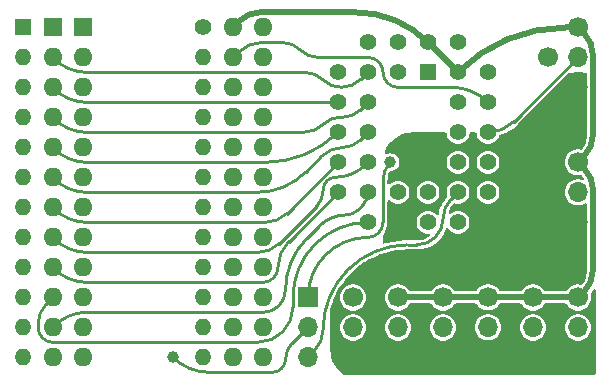
<source format=gtl>
G04 #@! TF.GenerationSoftware,KiCad,Pcbnew,8.0.4*
G04 #@! TF.CreationDate,2024-11-26T19:46:24-06:00*
G04 #@! TF.ProjectId,Flash-2716,466c6173-682d-4323-9731-362e6b696361,rev?*
G04 #@! TF.SameCoordinates,Original*
G04 #@! TF.FileFunction,Copper,L1,Top*
G04 #@! TF.FilePolarity,Positive*
%FSLAX46Y46*%
G04 Gerber Fmt 4.6, Leading zero omitted, Abs format (unit mm)*
G04 Created by KiCad (PCBNEW 8.0.4) date 2024-11-26 19:46:24*
%MOMM*%
%LPD*%
G01*
G04 APERTURE LIST*
G04 #@! TA.AperFunction,ComponentPad*
%ADD10C,1.700000*%
G04 #@! TD*
G04 #@! TA.AperFunction,ComponentPad*
%ADD11O,1.700000X1.700000*%
G04 #@! TD*
G04 #@! TA.AperFunction,ComponentPad*
%ADD12R,1.600000X1.600000*%
G04 #@! TD*
G04 #@! TA.AperFunction,ComponentPad*
%ADD13O,1.600000X1.600000*%
G04 #@! TD*
G04 #@! TA.AperFunction,ComponentPad*
%ADD14R,1.700000X1.700000*%
G04 #@! TD*
G04 #@! TA.AperFunction,ComponentPad*
%ADD15R,1.422400X1.422400*%
G04 #@! TD*
G04 #@! TA.AperFunction,ComponentPad*
%ADD16C,1.422400*%
G04 #@! TD*
G04 #@! TA.AperFunction,ComponentPad*
%ADD17O,1.422400X1.422400*%
G04 #@! TD*
G04 #@! TA.AperFunction,ViaPad*
%ADD18C,1.000000*%
G04 #@! TD*
G04 #@! TA.AperFunction,Conductor*
%ADD19C,0.254000*%
G04 #@! TD*
G04 #@! TA.AperFunction,Conductor*
%ADD20C,0.508000*%
G04 #@! TD*
G04 APERTURE END LIST*
D10*
X148590000Y-76215000D03*
D11*
X148590000Y-78755000D03*
X148590000Y-81295000D03*
D10*
X148590000Y-99075000D03*
D11*
X148590000Y-101615000D03*
X148590000Y-104155000D03*
D12*
X106680000Y-76200000D03*
D13*
X106680000Y-78740000D03*
X106680000Y-81280000D03*
X106680000Y-83820000D03*
X106680000Y-86360000D03*
X106680000Y-88900000D03*
X106680000Y-91440000D03*
X106680000Y-93980000D03*
X106680000Y-96520000D03*
X106680000Y-99060000D03*
X106680000Y-101600000D03*
X106680000Y-104140000D03*
X121920000Y-104140000D03*
X121920000Y-101600000D03*
X121920000Y-99060000D03*
X121920000Y-96520000D03*
X121920000Y-93980000D03*
X121920000Y-91440000D03*
X121920000Y-88900000D03*
X121920000Y-86360000D03*
X121920000Y-83820000D03*
X121920000Y-81280000D03*
X121920000Y-78740000D03*
X121920000Y-76200000D03*
D10*
X146050000Y-78755000D03*
D12*
X104140000Y-76200000D03*
D13*
X104140000Y-78740000D03*
X104140000Y-81280000D03*
X104140000Y-83820000D03*
X104140000Y-86360000D03*
X104140000Y-88900000D03*
X104140000Y-91440000D03*
X104140000Y-93980000D03*
X104140000Y-96520000D03*
X104140000Y-99060000D03*
X104140000Y-101600000D03*
X104140000Y-104140000D03*
X119380000Y-104140000D03*
X119380000Y-101600000D03*
X119380000Y-99060000D03*
X119380000Y-96520000D03*
X119380000Y-93980000D03*
X119380000Y-91440000D03*
X119380000Y-88900000D03*
X119380000Y-86360000D03*
X119380000Y-83820000D03*
X119380000Y-81280000D03*
X119380000Y-78740000D03*
X119380000Y-76200000D03*
D10*
X137160000Y-99075000D03*
D11*
X137160000Y-101615000D03*
X137160000Y-104155000D03*
D14*
X125730000Y-99060000D03*
D11*
X125730000Y-101600000D03*
X125730000Y-104140000D03*
D10*
X148590000Y-87630000D03*
D11*
X148590000Y-90170000D03*
X148590000Y-92710000D03*
D10*
X140970000Y-99060000D03*
D11*
X140970000Y-101600000D03*
X140970000Y-104140000D03*
D10*
X144780000Y-99075000D03*
D11*
X144780000Y-101615000D03*
X144780000Y-104155000D03*
D10*
X133350000Y-99075000D03*
D11*
X133350000Y-101615000D03*
X133350000Y-104155000D03*
D15*
X135890000Y-80010000D03*
D16*
X133350000Y-77470000D03*
X133350000Y-80010000D03*
X130810000Y-77470000D03*
X128270000Y-80010000D03*
X130810000Y-80010000D03*
X128270000Y-82550000D03*
X130810000Y-82550000D03*
X128270000Y-85090000D03*
X130810000Y-85090000D03*
X128270000Y-87630000D03*
X130810000Y-87630000D03*
X128270000Y-90170000D03*
X130810000Y-92710000D03*
X130810000Y-90170000D03*
X133350000Y-92710000D03*
X133350000Y-90170000D03*
X135890000Y-92710000D03*
X135890000Y-90170000D03*
X138430000Y-92710000D03*
X140970000Y-90170000D03*
X138430000Y-90170000D03*
X140970000Y-87630000D03*
X138430000Y-87630000D03*
X140970000Y-85090000D03*
X138430000Y-85090000D03*
X140970000Y-82550000D03*
X138430000Y-82550000D03*
X140970000Y-80010000D03*
X138430000Y-77470000D03*
X138430000Y-80010000D03*
X135890000Y-77470000D03*
D10*
X129540000Y-99075000D03*
D11*
X129540000Y-101615000D03*
X129540000Y-104155000D03*
D15*
X101600000Y-76200000D03*
D17*
X101600000Y-78740000D03*
X101600000Y-81280000D03*
X101600000Y-83820000D03*
X101600000Y-86360000D03*
X101600000Y-88900000D03*
X101600000Y-91440000D03*
X101600000Y-93980000D03*
X101600000Y-96520000D03*
X101600000Y-99060000D03*
X101600000Y-101600000D03*
X101600000Y-104140000D03*
D16*
X116840000Y-76200000D03*
D17*
X116840000Y-78740000D03*
X116840000Y-81280000D03*
X116840000Y-83820000D03*
X116840000Y-86360000D03*
X116840000Y-88900000D03*
X116840000Y-91440000D03*
X116840000Y-93980000D03*
X116840000Y-96520000D03*
X116840000Y-99060000D03*
X116840000Y-101600000D03*
X116840000Y-104140000D03*
D18*
X132715000Y-87630000D03*
X114300000Y-104140000D03*
D19*
X143163927Y-84181073D02*
X148590000Y-78755000D01*
X140970000Y-85090000D02*
G75*
G03*
X143163941Y-84181087I-400J3103300D01*
G01*
D20*
X133350000Y-99075000D02*
X137160000Y-99075000D01*
X148590000Y-76215000D02*
X149116051Y-76741051D01*
X140970000Y-99060000D02*
X137175000Y-99060000D01*
X147591901Y-76215000D02*
X148590000Y-76215000D01*
X121702102Y-74930000D02*
X129757945Y-74930000D01*
X119380000Y-76200000D02*
X119906051Y-75673949D01*
X149860000Y-89952102D02*
X149860000Y-96752898D01*
X149116051Y-98548949D02*
X148590000Y-99075000D01*
X149116051Y-87103949D02*
X148590000Y-87630000D01*
X148590000Y-99075000D02*
X144780000Y-99075000D01*
X144780000Y-99075000D02*
X140985000Y-99075000D01*
X138430000Y-80010000D02*
X135890000Y-77470000D01*
X140985000Y-99075000D02*
X140970000Y-99060000D01*
X149860000Y-78537102D02*
X149860000Y-85307898D01*
X148590000Y-87630000D02*
X149116051Y-88156051D01*
X137175000Y-99060000D02*
X137160000Y-99075000D01*
X149860000Y-96752898D02*
G75*
G02*
X149116052Y-98548950I-2540000J-2D01*
G01*
X149860000Y-85307898D02*
G75*
G02*
X149116052Y-87103950I-2540000J-2D01*
G01*
X138430000Y-80010000D02*
G75*
G02*
X147591901Y-76215017I9161900J-9161900D01*
G01*
X135890000Y-77470000D02*
G75*
G03*
X129757945Y-74929972I-6132100J-6132000D01*
G01*
X119906051Y-75673949D02*
G75*
G02*
X121702102Y-74930002I1796049J-1796051D01*
G01*
X149860000Y-78537102D02*
G75*
G03*
X149116052Y-76741050I-2540000J2D01*
G01*
X149116051Y-88156051D02*
G75*
G02*
X149859998Y-89952102I-1796051J-1796049D01*
G01*
X133350000Y-104155000D02*
X137160000Y-104155000D01*
X137160000Y-104155000D02*
X140955000Y-104155000D01*
X148575000Y-104140000D02*
X148590000Y-104155000D01*
X129540000Y-104155000D02*
X133350000Y-104155000D01*
X140955000Y-104155000D02*
X140970000Y-104140000D01*
X140970000Y-104140000D02*
X148575000Y-104140000D01*
D19*
X106988154Y-87630000D02*
X122137852Y-87630000D01*
X104140000Y-86360000D02*
X104294077Y-86514077D01*
X104294077Y-86514077D02*
G75*
G03*
X106988154Y-87630033I2694123J2694077D01*
G01*
X122137852Y-87630000D02*
G75*
G03*
X128270021Y-85090021I48J8672200D01*
G01*
X104140000Y-96520000D02*
X104294077Y-96674077D01*
X124088038Y-94351962D02*
X128270000Y-90170000D01*
X106988154Y-97790000D02*
X121920000Y-97790000D01*
X106988154Y-97790000D02*
G75*
G02*
X104294100Y-96674054I46J3810000D01*
G01*
X123190000Y-96520000D02*
G75*
G02*
X121920000Y-97790000I-1270000J0D01*
G01*
X123190000Y-96520000D02*
G75*
G02*
X124088028Y-94351952I3066100J0D01*
G01*
X123933949Y-91966051D02*
X128270000Y-87630000D01*
X104140000Y-91440000D02*
X104294077Y-91594077D01*
X106988154Y-92710000D02*
X122137898Y-92710000D01*
X122137898Y-92710000D02*
G75*
G03*
X123933950Y-91966052I2J2540000D01*
G01*
X104294077Y-91594077D02*
G75*
G03*
X106988154Y-92710033I2694123J2694077D01*
G01*
X106988154Y-82550000D02*
X128270000Y-82550000D01*
X104140000Y-81280000D02*
X104294077Y-81434077D01*
X106988154Y-82550000D02*
G75*
G02*
X104294100Y-81434054I46J3810000D01*
G01*
X130250352Y-80569648D02*
X130810000Y-80010000D01*
X104140000Y-78740000D02*
X104294077Y-78894077D01*
X106988154Y-80010000D02*
X125469368Y-80010000D01*
X106988154Y-80010000D02*
G75*
G02*
X104294100Y-78894054I46J3810000D01*
G01*
X128535396Y-81280000D02*
G75*
G02*
X126998335Y-80643311I4J2173700D01*
G01*
X125469368Y-80010000D02*
G75*
G02*
X126998329Y-80643317I32J-2162200D01*
G01*
X128535396Y-81280000D02*
G75*
G03*
X130250348Y-80569644I4J2425300D01*
G01*
X124460000Y-99877476D02*
X124460000Y-99060002D01*
X102870000Y-101325288D02*
X102870000Y-101600000D01*
X104140000Y-99060000D02*
X103573775Y-99626225D01*
X104140000Y-102870000D02*
X121467476Y-102870000D01*
X121467476Y-102870000D02*
G75*
G03*
X124460000Y-99877476I24J2992500D01*
G01*
X103573775Y-99626225D02*
G75*
G03*
X102869980Y-101325288I1699025J-1699075D01*
G01*
X104140000Y-102870000D02*
G75*
G02*
X102870000Y-101600000I0J1270000D01*
G01*
X124460000Y-99060002D02*
G75*
G02*
X130810000Y-92710000I6350000J2D01*
G01*
X123298949Y-94506051D02*
X126462933Y-91342067D01*
X106988154Y-95250000D02*
X121502898Y-95250000D01*
X104140000Y-93980000D02*
X104294077Y-94134077D01*
X130613057Y-87826943D02*
X130810000Y-87630000D01*
X121502898Y-95250000D02*
G75*
G03*
X123298950Y-94506052I2J2540000D01*
G01*
X127361019Y-89173981D02*
G75*
G03*
X126999971Y-90045560I871581J-871619D01*
G01*
X128022466Y-88900000D02*
G75*
G03*
X127361041Y-89174003I34J-935400D01*
G01*
X127000000Y-90045560D02*
G75*
G02*
X126462955Y-91342089I-1833700J60D01*
G01*
X104294077Y-94134077D02*
G75*
G03*
X106988154Y-95250033I2694123J2694077D01*
G01*
X128022466Y-88900000D02*
G75*
G03*
X130613084Y-87826970I34J3663700D01*
G01*
X104140000Y-88900000D02*
X104294077Y-89054077D01*
X130120014Y-85779986D02*
X130810000Y-85090000D01*
X106988154Y-90170000D02*
X121418085Y-90170000D01*
X125526946Y-88468054D02*
X126867956Y-87127044D01*
X126867956Y-87127044D02*
G75*
G02*
X128719766Y-86359989I1851844J-1851856D01*
G01*
X128719766Y-86360000D02*
G75*
G03*
X130119998Y-85779970I-66J1980300D01*
G01*
X121418085Y-90170000D02*
G75*
G03*
X125526952Y-88468060I15J5810800D01*
G01*
X106988154Y-90170000D02*
G75*
G02*
X104294100Y-89054054I46J3810000D01*
G01*
X123475961Y-77470000D02*
X121899098Y-77470000D01*
X119766755Y-78353245D02*
X119380000Y-78740000D01*
X137903983Y-81280000D02*
X133350001Y-81280000D01*
X130810000Y-78740000D02*
X126542018Y-78740000D01*
X126542018Y-78740000D02*
G75*
G02*
X125155809Y-78165833I-18J1960400D01*
G01*
X130810000Y-78740000D02*
G75*
G02*
X132080000Y-80010000I0J-1270000D01*
G01*
X121899098Y-77470000D02*
G75*
G03*
X119766754Y-78353244I2J-3015600D01*
G01*
X125155821Y-78165821D02*
G75*
G03*
X123475961Y-77470033I-1679821J-1679879D01*
G01*
X133350001Y-81280000D02*
G75*
G02*
X132080000Y-80010000I-1J1270000D01*
G01*
X140970000Y-82550000D02*
G75*
G03*
X137903983Y-81280021I-3066000J-3066000D01*
G01*
X104140000Y-83820000D02*
X104294077Y-83974077D01*
X106988154Y-85090000D02*
X125346034Y-85090000D01*
X128412052Y-83820000D02*
X128685455Y-83820000D01*
X130144254Y-83215746D02*
X130810000Y-82550000D01*
X130144254Y-83215746D02*
G75*
G02*
X128685455Y-83819984I-1458754J1458746D01*
G01*
X106988154Y-85090000D02*
G75*
G02*
X104294100Y-83974054I46J3810000D01*
G01*
X127085541Y-84369459D02*
G75*
G02*
X128412052Y-83819975I1326559J-1326541D01*
G01*
X125346034Y-85090000D02*
G75*
G03*
X127085524Y-84369442I-34J2460000D01*
G01*
X104140000Y-101600000D02*
X104294077Y-101445923D01*
X129911968Y-91703032D02*
X130360958Y-91254042D01*
X125637854Y-94072146D02*
X126659955Y-93050045D01*
X106988154Y-100330000D02*
X121943845Y-100330000D01*
X123825000Y-98448844D02*
G75*
G02*
X125637867Y-94072159I6189500J44D01*
G01*
X129911968Y-91703032D02*
G75*
G02*
X129013949Y-92074964I-897968J898032D01*
G01*
X121943845Y-100330000D02*
G75*
G03*
X123825000Y-98448844I-45J1881200D01*
G01*
X126659955Y-93050045D02*
G75*
G02*
X129013949Y-92075012I2353945J-2353955D01*
G01*
X130810000Y-90170000D02*
G75*
G02*
X130360973Y-91254057I-1533100J0D01*
G01*
X104294077Y-101445923D02*
G75*
G02*
X106988154Y-100329967I2694123J-2694077D01*
G01*
X132080000Y-92710000D02*
X132080000Y-89163115D01*
X132715000Y-87630000D02*
G75*
G03*
X132079998Y-89163115I1533200J-1533100D01*
G01*
X130810000Y-93980000D02*
G75*
G03*
X132080000Y-92710000I0J1270000D01*
G01*
X130810000Y-93980000D02*
G75*
G03*
X125730000Y-99060000I0J-5080000D01*
G01*
X117366068Y-105410000D02*
X122722198Y-105410000D01*
X124392190Y-102937810D02*
X125730000Y-101600000D01*
X123825000Y-104307234D02*
G75*
G02*
X122722198Y-105410000I-1102800J34D01*
G01*
X124392190Y-102937810D02*
G75*
G03*
X123825017Y-104307234I1369310J-1369290D01*
G01*
X114300000Y-104140000D02*
G75*
G03*
X117366068Y-105410020I3066100J3066100D01*
G01*
X134202895Y-94615000D02*
X134968170Y-94615000D01*
X125730000Y-104140000D02*
X126256051Y-103613949D01*
X137855208Y-90744792D02*
X138430000Y-90170000D01*
X127000000Y-101817898D02*
G75*
G02*
X134202895Y-94615000I7202900J-2D01*
G01*
X137855208Y-90744792D02*
G75*
G03*
X137159984Y-92423170I1678392J-1678408D01*
G01*
X126256051Y-103613949D02*
G75*
G03*
X126999998Y-101817898I-1796051J1796049D01*
G01*
X134968170Y-94615000D02*
G75*
G03*
X137160000Y-92423170I30J2191800D01*
G01*
G04 #@! TA.AperFunction,Conductor*
G36*
X148912430Y-80010388D02*
G01*
X149145954Y-80028767D01*
X149165481Y-80031860D01*
X149210469Y-80042660D01*
X149254914Y-80053330D01*
X149316483Y-80088682D01*
X149349166Y-80151708D01*
X149351500Y-80175849D01*
X149351500Y-85304358D01*
X149351302Y-85311423D01*
X149339123Y-85528288D01*
X149337541Y-85542329D01*
X149301751Y-85752973D01*
X149298607Y-85766748D01*
X149239457Y-85972063D01*
X149234790Y-85985400D01*
X149153026Y-86182797D01*
X149146895Y-86195528D01*
X149043545Y-86382525D01*
X149036028Y-86394488D01*
X148960368Y-86501121D01*
X148904635Y-86545104D01*
X148834455Y-86552064D01*
X148777562Y-86541429D01*
X148692347Y-86525500D01*
X148487653Y-86525500D01*
X148286444Y-86563112D01*
X148286439Y-86563113D01*
X148095577Y-86637054D01*
X148095566Y-86637059D01*
X147921536Y-86744814D01*
X147770266Y-86882715D01*
X147646913Y-87046063D01*
X147555671Y-87229301D01*
X147499654Y-87426180D01*
X147480768Y-87629995D01*
X147480768Y-87630004D01*
X147499654Y-87833819D01*
X147547320Y-88001346D01*
X147555672Y-88030701D01*
X147646912Y-88213935D01*
X147646913Y-88213936D01*
X147770266Y-88377284D01*
X147921536Y-88515185D01*
X148095566Y-88622940D01*
X148095568Y-88622940D01*
X148095573Y-88622944D01*
X148286444Y-88696888D01*
X148487653Y-88734500D01*
X148487655Y-88734500D01*
X148692344Y-88734500D01*
X148692347Y-88734500D01*
X148834456Y-88707935D01*
X148905088Y-88715080D01*
X148960366Y-88758878D01*
X149036026Y-88865512D01*
X149043543Y-88877475D01*
X149075152Y-88934667D01*
X149090597Y-89003963D01*
X149066126Y-89070609D01*
X149009508Y-89113446D01*
X148938719Y-89118872D01*
X148919360Y-89113108D01*
X148909811Y-89109409D01*
X148893557Y-89103112D01*
X148826486Y-89090574D01*
X148692347Y-89065500D01*
X148487653Y-89065500D01*
X148286444Y-89103112D01*
X148286439Y-89103113D01*
X148095577Y-89177054D01*
X148095566Y-89177059D01*
X147921536Y-89284814D01*
X147770266Y-89422715D01*
X147646913Y-89586063D01*
X147555671Y-89769301D01*
X147499654Y-89966180D01*
X147480768Y-90169995D01*
X147480768Y-90170004D01*
X147499654Y-90373819D01*
X147544185Y-90530328D01*
X147555672Y-90570701D01*
X147646912Y-90753935D01*
X147646913Y-90753936D01*
X147770266Y-90917284D01*
X147921536Y-91055185D01*
X148095566Y-91162940D01*
X148095568Y-91162940D01*
X148095573Y-91162944D01*
X148286444Y-91236888D01*
X148487653Y-91274500D01*
X148487655Y-91274500D01*
X148692345Y-91274500D01*
X148692347Y-91274500D01*
X148893556Y-91236888D01*
X149084427Y-91162944D01*
X149159170Y-91116664D01*
X149227616Y-91097810D01*
X149295391Y-91118953D01*
X149340976Y-91173382D01*
X149351500Y-91223792D01*
X149351500Y-96749358D01*
X149351302Y-96756423D01*
X149339123Y-96973288D01*
X149337541Y-96987329D01*
X149301751Y-97197973D01*
X149298607Y-97211748D01*
X149239457Y-97417063D01*
X149234790Y-97430400D01*
X149153026Y-97627797D01*
X149146895Y-97640528D01*
X149043545Y-97827525D01*
X149036028Y-97839488D01*
X148960368Y-97946121D01*
X148904635Y-97990104D01*
X148834455Y-97997064D01*
X148777562Y-97986429D01*
X148692347Y-97970500D01*
X148487653Y-97970500D01*
X148286444Y-98008112D01*
X148286439Y-98008113D01*
X148095577Y-98082054D01*
X148095566Y-98082059D01*
X147921536Y-98189814D01*
X147770266Y-98327715D01*
X147646913Y-98491062D01*
X147646909Y-98491068D01*
X147644123Y-98496665D01*
X147595853Y-98548728D01*
X147531334Y-98566500D01*
X145838666Y-98566500D01*
X145770545Y-98546498D01*
X145725877Y-98496665D01*
X145723090Y-98491068D01*
X145723086Y-98491062D01*
X145599733Y-98327715D01*
X145448463Y-98189814D01*
X145274433Y-98082059D01*
X145274428Y-98082057D01*
X145274427Y-98082056D01*
X145274422Y-98082054D01*
X145083559Y-98008113D01*
X145083560Y-98008113D01*
X145083557Y-98008112D01*
X145083556Y-98008112D01*
X144882347Y-97970500D01*
X144677653Y-97970500D01*
X144476444Y-98008112D01*
X144476439Y-98008113D01*
X144285577Y-98082054D01*
X144285566Y-98082059D01*
X144111536Y-98189814D01*
X143960266Y-98327715D01*
X143836913Y-98491062D01*
X143836909Y-98491068D01*
X143834123Y-98496665D01*
X143785853Y-98548728D01*
X143721334Y-98566500D01*
X142036135Y-98566500D01*
X141968014Y-98546498D01*
X141923345Y-98496664D01*
X141913087Y-98476063D01*
X141913086Y-98476062D01*
X141789733Y-98312715D01*
X141638463Y-98174814D01*
X141464433Y-98067059D01*
X141464428Y-98067057D01*
X141464427Y-98067056D01*
X141464422Y-98067054D01*
X141273559Y-97993113D01*
X141273560Y-97993113D01*
X141273557Y-97993112D01*
X141273556Y-97993112D01*
X141072347Y-97955500D01*
X140867653Y-97955500D01*
X140682536Y-97990104D01*
X140666439Y-97993113D01*
X140475577Y-98067054D01*
X140475566Y-98067059D01*
X140301536Y-98174814D01*
X140150266Y-98312715D01*
X140026913Y-98476062D01*
X140026909Y-98476068D01*
X140024123Y-98481665D01*
X139975853Y-98533728D01*
X139911334Y-98551500D01*
X138210689Y-98551500D01*
X138142568Y-98531498D01*
X138107048Y-98495374D01*
X138106599Y-98495714D01*
X138104007Y-98492281D01*
X138103558Y-98491825D01*
X138103089Y-98491068D01*
X138103088Y-98491065D01*
X138063700Y-98438907D01*
X137979733Y-98327715D01*
X137828463Y-98189814D01*
X137654433Y-98082059D01*
X137654428Y-98082057D01*
X137654427Y-98082056D01*
X137654422Y-98082054D01*
X137463559Y-98008113D01*
X137463560Y-98008113D01*
X137463557Y-98008112D01*
X137463556Y-98008112D01*
X137262347Y-97970500D01*
X137057653Y-97970500D01*
X136856444Y-98008112D01*
X136856439Y-98008113D01*
X136665577Y-98082054D01*
X136665566Y-98082059D01*
X136491536Y-98189814D01*
X136340266Y-98327715D01*
X136216913Y-98491062D01*
X136216909Y-98491068D01*
X136214123Y-98496665D01*
X136165853Y-98548728D01*
X136101334Y-98566500D01*
X134408666Y-98566500D01*
X134340545Y-98546498D01*
X134295877Y-98496665D01*
X134293090Y-98491068D01*
X134293086Y-98491062D01*
X134169733Y-98327715D01*
X134018463Y-98189814D01*
X133844433Y-98082059D01*
X133844428Y-98082057D01*
X133844427Y-98082056D01*
X133844422Y-98082054D01*
X133653559Y-98008113D01*
X133653560Y-98008113D01*
X133653557Y-98008112D01*
X133653556Y-98008112D01*
X133452347Y-97970500D01*
X133247653Y-97970500D01*
X133046444Y-98008112D01*
X133046439Y-98008113D01*
X132855577Y-98082054D01*
X132855566Y-98082059D01*
X132681536Y-98189814D01*
X132530266Y-98327715D01*
X132406913Y-98491063D01*
X132315671Y-98674301D01*
X132259654Y-98871180D01*
X132240768Y-99074995D01*
X132240768Y-99075004D01*
X132259654Y-99278819D01*
X132305040Y-99438335D01*
X132315672Y-99475701D01*
X132406912Y-99658935D01*
X132406913Y-99658936D01*
X132530266Y-99822284D01*
X132681536Y-99960185D01*
X132855566Y-100067940D01*
X132855568Y-100067940D01*
X132855573Y-100067944D01*
X133046444Y-100141888D01*
X133247653Y-100179500D01*
X133247655Y-100179500D01*
X133452345Y-100179500D01*
X133452347Y-100179500D01*
X133653556Y-100141888D01*
X133844427Y-100067944D01*
X134018462Y-99960186D01*
X134169732Y-99822285D01*
X134181060Y-99807285D01*
X134293086Y-99658937D01*
X134293087Y-99658936D01*
X134293088Y-99658935D01*
X134293090Y-99658931D01*
X134295877Y-99653335D01*
X134344147Y-99601272D01*
X134408666Y-99583500D01*
X136101334Y-99583500D01*
X136169455Y-99603502D01*
X136214123Y-99653335D01*
X136216909Y-99658931D01*
X136216913Y-99658937D01*
X136340266Y-99822284D01*
X136491536Y-99960185D01*
X136665566Y-100067940D01*
X136665568Y-100067940D01*
X136665573Y-100067944D01*
X136856444Y-100141888D01*
X137057653Y-100179500D01*
X137057655Y-100179500D01*
X137262345Y-100179500D01*
X137262347Y-100179500D01*
X137463556Y-100141888D01*
X137654427Y-100067944D01*
X137828462Y-99960186D01*
X137979732Y-99822285D01*
X137991060Y-99807285D01*
X138103086Y-99658937D01*
X138103087Y-99658936D01*
X138103086Y-99658936D01*
X138103088Y-99658935D01*
X138113345Y-99638335D01*
X138161614Y-99586273D01*
X138226135Y-99568500D01*
X139911334Y-99568500D01*
X139979455Y-99588502D01*
X140024123Y-99638335D01*
X140026909Y-99643931D01*
X140026913Y-99643937D01*
X140150266Y-99807284D01*
X140301536Y-99945185D01*
X140475566Y-100052940D01*
X140475568Y-100052940D01*
X140475573Y-100052944D01*
X140666444Y-100126888D01*
X140867653Y-100164500D01*
X140867655Y-100164500D01*
X141072345Y-100164500D01*
X141072347Y-100164500D01*
X141273556Y-100126888D01*
X141464427Y-100052944D01*
X141638462Y-99945186D01*
X141789732Y-99807285D01*
X141913088Y-99643935D01*
X141913095Y-99643919D01*
X141913558Y-99643175D01*
X141913880Y-99642885D01*
X141916599Y-99639286D01*
X141917303Y-99639817D01*
X141966422Y-99595785D01*
X142020689Y-99583500D01*
X143721334Y-99583500D01*
X143789455Y-99603502D01*
X143834123Y-99653335D01*
X143836909Y-99658931D01*
X143836913Y-99658937D01*
X143960266Y-99822284D01*
X144111536Y-99960185D01*
X144285566Y-100067940D01*
X144285568Y-100067940D01*
X144285573Y-100067944D01*
X144476444Y-100141888D01*
X144677653Y-100179500D01*
X144677655Y-100179500D01*
X144882345Y-100179500D01*
X144882347Y-100179500D01*
X145083556Y-100141888D01*
X145274427Y-100067944D01*
X145448462Y-99960186D01*
X145599732Y-99822285D01*
X145611060Y-99807285D01*
X145723086Y-99658937D01*
X145723087Y-99658936D01*
X145723088Y-99658935D01*
X145723090Y-99658931D01*
X145725877Y-99653335D01*
X145774147Y-99601272D01*
X145838666Y-99583500D01*
X147531334Y-99583500D01*
X147599455Y-99603502D01*
X147644123Y-99653335D01*
X147646909Y-99658931D01*
X147646913Y-99658937D01*
X147770266Y-99822284D01*
X147921536Y-99960185D01*
X148095566Y-100067940D01*
X148095568Y-100067940D01*
X148095573Y-100067944D01*
X148286444Y-100141888D01*
X148487653Y-100179500D01*
X148487655Y-100179500D01*
X148692345Y-100179500D01*
X148692347Y-100179500D01*
X148893556Y-100141888D01*
X149084427Y-100067944D01*
X149258462Y-99960186D01*
X149409732Y-99822285D01*
X149421060Y-99807285D01*
X149430006Y-99795436D01*
X149533088Y-99658935D01*
X149624328Y-99475701D01*
X149680345Y-99278821D01*
X149699232Y-99075000D01*
X149697842Y-99060002D01*
X149680345Y-98871184D01*
X149680345Y-98871180D01*
X149658464Y-98794275D01*
X149659060Y-98723281D01*
X149682252Y-98679864D01*
X149771532Y-98571078D01*
X149882735Y-98404651D01*
X149937212Y-98359123D01*
X150007655Y-98350275D01*
X150071699Y-98380916D01*
X150109010Y-98441318D01*
X150113500Y-98474653D01*
X150113500Y-105400082D01*
X150111948Y-105419795D01*
X150104213Y-105468627D01*
X150092032Y-105506116D01*
X150074144Y-105541224D01*
X150050972Y-105573117D01*
X150023117Y-105600972D01*
X149991224Y-105624144D01*
X149956116Y-105642032D01*
X149918627Y-105654213D01*
X149869796Y-105661948D01*
X149850083Y-105663500D01*
X128879927Y-105663500D01*
X128814743Y-105645329D01*
X128779699Y-105624144D01*
X128738629Y-105599316D01*
X128726124Y-105590684D01*
X128496658Y-105410910D01*
X128485277Y-105400826D01*
X128279173Y-105194722D01*
X128269090Y-105183342D01*
X128089312Y-104953872D01*
X128080685Y-104941373D01*
X127929879Y-104691910D01*
X127922813Y-104678445D01*
X127803188Y-104412649D01*
X127797795Y-104398432D01*
X127711070Y-104120121D01*
X127707435Y-104105374D01*
X127654890Y-103818647D01*
X127653059Y-103803566D01*
X127635230Y-103508801D01*
X127635000Y-103501194D01*
X127635000Y-101614995D01*
X128430768Y-101614995D01*
X128430768Y-101615004D01*
X128449654Y-101818819D01*
X128449655Y-101818821D01*
X128505672Y-102015701D01*
X128596912Y-102198935D01*
X128596913Y-102198936D01*
X128720266Y-102362284D01*
X128871536Y-102500185D01*
X129045566Y-102607940D01*
X129045568Y-102607940D01*
X129045573Y-102607944D01*
X129236444Y-102681888D01*
X129437653Y-102719500D01*
X129437655Y-102719500D01*
X129642345Y-102719500D01*
X129642347Y-102719500D01*
X129843556Y-102681888D01*
X130034427Y-102607944D01*
X130208462Y-102500186D01*
X130359732Y-102362285D01*
X130371060Y-102347285D01*
X130408119Y-102298210D01*
X130483088Y-102198935D01*
X130574328Y-102015701D01*
X130630345Y-101818821D01*
X130649232Y-101615000D01*
X130649232Y-101614995D01*
X132240768Y-101614995D01*
X132240768Y-101615004D01*
X132259654Y-101818819D01*
X132259655Y-101818821D01*
X132315672Y-102015701D01*
X132406912Y-102198935D01*
X132406913Y-102198936D01*
X132530266Y-102362284D01*
X132681536Y-102500185D01*
X132855566Y-102607940D01*
X132855568Y-102607940D01*
X132855573Y-102607944D01*
X133046444Y-102681888D01*
X133247653Y-102719500D01*
X133247655Y-102719500D01*
X133452345Y-102719500D01*
X133452347Y-102719500D01*
X133653556Y-102681888D01*
X133844427Y-102607944D01*
X134018462Y-102500186D01*
X134169732Y-102362285D01*
X134181060Y-102347285D01*
X134218119Y-102298210D01*
X134293088Y-102198935D01*
X134384328Y-102015701D01*
X134440345Y-101818821D01*
X134459232Y-101615000D01*
X134459232Y-101614995D01*
X136050768Y-101614995D01*
X136050768Y-101615004D01*
X136069654Y-101818819D01*
X136069655Y-101818821D01*
X136125672Y-102015701D01*
X136216912Y-102198935D01*
X136216913Y-102198936D01*
X136340266Y-102362284D01*
X136491536Y-102500185D01*
X136665566Y-102607940D01*
X136665568Y-102607940D01*
X136665573Y-102607944D01*
X136856444Y-102681888D01*
X137057653Y-102719500D01*
X137057655Y-102719500D01*
X137262345Y-102719500D01*
X137262347Y-102719500D01*
X137463556Y-102681888D01*
X137654427Y-102607944D01*
X137828462Y-102500186D01*
X137979732Y-102362285D01*
X137991060Y-102347285D01*
X138028119Y-102298210D01*
X138103088Y-102198935D01*
X138194328Y-102015701D01*
X138250345Y-101818821D01*
X138269232Y-101615000D01*
X138267842Y-101600004D01*
X138267841Y-101599995D01*
X139860768Y-101599995D01*
X139860768Y-101600004D01*
X139879654Y-101803819D01*
X139924496Y-101961422D01*
X139935672Y-102000701D01*
X140026912Y-102183935D01*
X140038240Y-102198936D01*
X140150266Y-102347284D01*
X140301536Y-102485185D01*
X140475566Y-102592940D01*
X140475568Y-102592940D01*
X140475573Y-102592944D01*
X140666444Y-102666888D01*
X140867653Y-102704500D01*
X140867655Y-102704500D01*
X141072345Y-102704500D01*
X141072347Y-102704500D01*
X141273556Y-102666888D01*
X141464427Y-102592944D01*
X141638462Y-102485186D01*
X141789732Y-102347285D01*
X141913088Y-102183935D01*
X142004328Y-102000701D01*
X142060345Y-101803821D01*
X142077842Y-101615000D01*
X142077842Y-101614995D01*
X143670768Y-101614995D01*
X143670768Y-101615004D01*
X143689654Y-101818819D01*
X143689655Y-101818821D01*
X143745672Y-102015701D01*
X143836912Y-102198935D01*
X143836913Y-102198936D01*
X143960266Y-102362284D01*
X144111536Y-102500185D01*
X144285566Y-102607940D01*
X144285568Y-102607940D01*
X144285573Y-102607944D01*
X144476444Y-102681888D01*
X144677653Y-102719500D01*
X144677655Y-102719500D01*
X144882345Y-102719500D01*
X144882347Y-102719500D01*
X145083556Y-102681888D01*
X145274427Y-102607944D01*
X145448462Y-102500186D01*
X145599732Y-102362285D01*
X145611060Y-102347285D01*
X145648119Y-102298210D01*
X145723088Y-102198935D01*
X145814328Y-102015701D01*
X145870345Y-101818821D01*
X145889232Y-101615000D01*
X145889232Y-101614995D01*
X147480768Y-101614995D01*
X147480768Y-101615004D01*
X147499654Y-101818819D01*
X147499655Y-101818821D01*
X147555672Y-102015701D01*
X147646912Y-102198935D01*
X147646913Y-102198936D01*
X147770266Y-102362284D01*
X147921536Y-102500185D01*
X148095566Y-102607940D01*
X148095568Y-102607940D01*
X148095573Y-102607944D01*
X148286444Y-102681888D01*
X148487653Y-102719500D01*
X148487655Y-102719500D01*
X148692345Y-102719500D01*
X148692347Y-102719500D01*
X148893556Y-102681888D01*
X149084427Y-102607944D01*
X149258462Y-102500186D01*
X149409732Y-102362285D01*
X149421060Y-102347285D01*
X149458119Y-102298210D01*
X149533088Y-102198935D01*
X149624328Y-102015701D01*
X149680345Y-101818821D01*
X149699232Y-101615000D01*
X149697842Y-101600004D01*
X149680345Y-101411180D01*
X149676077Y-101396179D01*
X149624328Y-101214299D01*
X149533088Y-101031065D01*
X149492538Y-100977368D01*
X149409733Y-100867715D01*
X149258463Y-100729814D01*
X149084433Y-100622059D01*
X149084428Y-100622057D01*
X149084427Y-100622056D01*
X149084422Y-100622054D01*
X148893559Y-100548113D01*
X148893560Y-100548113D01*
X148893557Y-100548112D01*
X148893556Y-100548112D01*
X148692347Y-100510500D01*
X148487653Y-100510500D01*
X148286444Y-100548112D01*
X148286439Y-100548113D01*
X148095577Y-100622054D01*
X148095566Y-100622059D01*
X147921536Y-100729814D01*
X147770266Y-100867715D01*
X147646913Y-101031063D01*
X147555671Y-101214301D01*
X147499654Y-101411180D01*
X147480768Y-101614995D01*
X145889232Y-101614995D01*
X145887842Y-101600004D01*
X145870345Y-101411180D01*
X145866077Y-101396179D01*
X145814328Y-101214299D01*
X145723088Y-101031065D01*
X145682538Y-100977368D01*
X145599733Y-100867715D01*
X145448463Y-100729814D01*
X145274433Y-100622059D01*
X145274428Y-100622057D01*
X145274427Y-100622056D01*
X145274422Y-100622054D01*
X145083559Y-100548113D01*
X145083560Y-100548113D01*
X145083557Y-100548112D01*
X145083556Y-100548112D01*
X144882347Y-100510500D01*
X144677653Y-100510500D01*
X144476444Y-100548112D01*
X144476439Y-100548113D01*
X144285577Y-100622054D01*
X144285566Y-100622059D01*
X144111536Y-100729814D01*
X143960266Y-100867715D01*
X143836913Y-101031063D01*
X143745671Y-101214301D01*
X143689654Y-101411180D01*
X143670768Y-101614995D01*
X142077842Y-101614995D01*
X142079232Y-101600004D01*
X142079232Y-101599995D01*
X142060345Y-101396180D01*
X142008596Y-101214301D01*
X142004328Y-101199299D01*
X141913088Y-101016065D01*
X141872538Y-100962368D01*
X141789733Y-100852715D01*
X141638463Y-100714814D01*
X141464433Y-100607059D01*
X141464428Y-100607057D01*
X141464427Y-100607056D01*
X141312278Y-100548113D01*
X141273559Y-100533113D01*
X141273560Y-100533113D01*
X141273557Y-100533112D01*
X141273556Y-100533112D01*
X141072347Y-100495500D01*
X140867653Y-100495500D01*
X140691229Y-100528479D01*
X140666439Y-100533113D01*
X140475577Y-100607054D01*
X140475566Y-100607059D01*
X140301536Y-100714814D01*
X140150266Y-100852715D01*
X140026913Y-101016063D01*
X139935671Y-101199301D01*
X139879654Y-101396180D01*
X139860768Y-101599995D01*
X138267841Y-101599995D01*
X138250345Y-101411180D01*
X138246077Y-101396179D01*
X138194328Y-101214299D01*
X138103088Y-101031065D01*
X138062538Y-100977368D01*
X137979733Y-100867715D01*
X137828463Y-100729814D01*
X137654433Y-100622059D01*
X137654428Y-100622057D01*
X137654427Y-100622056D01*
X137654422Y-100622054D01*
X137463559Y-100548113D01*
X137463560Y-100548113D01*
X137463557Y-100548112D01*
X137463556Y-100548112D01*
X137262347Y-100510500D01*
X137057653Y-100510500D01*
X136856444Y-100548112D01*
X136856439Y-100548113D01*
X136665577Y-100622054D01*
X136665566Y-100622059D01*
X136491536Y-100729814D01*
X136340266Y-100867715D01*
X136216913Y-101031063D01*
X136125671Y-101214301D01*
X136069654Y-101411180D01*
X136050768Y-101614995D01*
X134459232Y-101614995D01*
X134457842Y-101600004D01*
X134440345Y-101411180D01*
X134436077Y-101396179D01*
X134384328Y-101214299D01*
X134293088Y-101031065D01*
X134252538Y-100977368D01*
X134169733Y-100867715D01*
X134018463Y-100729814D01*
X133844433Y-100622059D01*
X133844428Y-100622057D01*
X133844427Y-100622056D01*
X133844422Y-100622054D01*
X133653559Y-100548113D01*
X133653560Y-100548113D01*
X133653557Y-100548112D01*
X133653556Y-100548112D01*
X133452347Y-100510500D01*
X133247653Y-100510500D01*
X133046444Y-100548112D01*
X133046439Y-100548113D01*
X132855577Y-100622054D01*
X132855566Y-100622059D01*
X132681536Y-100729814D01*
X132530266Y-100867715D01*
X132406913Y-101031063D01*
X132315671Y-101214301D01*
X132259654Y-101411180D01*
X132240768Y-101614995D01*
X130649232Y-101614995D01*
X130647842Y-101600004D01*
X130630345Y-101411180D01*
X130626077Y-101396179D01*
X130574328Y-101214299D01*
X130483088Y-101031065D01*
X130442538Y-100977368D01*
X130359733Y-100867715D01*
X130208463Y-100729814D01*
X130034433Y-100622059D01*
X130034428Y-100622057D01*
X130034427Y-100622056D01*
X130034422Y-100622054D01*
X129843559Y-100548113D01*
X129843560Y-100548113D01*
X129843557Y-100548112D01*
X129843556Y-100548112D01*
X129642347Y-100510500D01*
X129437653Y-100510500D01*
X129236444Y-100548112D01*
X129236439Y-100548113D01*
X129045577Y-100622054D01*
X129045566Y-100622059D01*
X128871536Y-100729814D01*
X128720266Y-100867715D01*
X128596913Y-101031063D01*
X128505671Y-101214301D01*
X128449654Y-101411180D01*
X128430768Y-101614995D01*
X127635000Y-101614995D01*
X127635000Y-100001303D01*
X127638914Y-99970143D01*
X127656702Y-99900450D01*
X127659236Y-99891819D01*
X127682379Y-99822285D01*
X127810176Y-99438314D01*
X127813304Y-99429929D01*
X127960322Y-99074995D01*
X128430768Y-99074995D01*
X128430768Y-99075004D01*
X128449654Y-99278819D01*
X128495040Y-99438335D01*
X128505672Y-99475701D01*
X128596912Y-99658935D01*
X128596913Y-99658936D01*
X128720266Y-99822284D01*
X128871536Y-99960185D01*
X129045566Y-100067940D01*
X129045568Y-100067940D01*
X129045573Y-100067944D01*
X129236444Y-100141888D01*
X129437653Y-100179500D01*
X129437655Y-100179500D01*
X129642345Y-100179500D01*
X129642347Y-100179500D01*
X129843556Y-100141888D01*
X130034427Y-100067944D01*
X130208462Y-99960186D01*
X130359732Y-99822285D01*
X130371060Y-99807285D01*
X130380006Y-99795436D01*
X130483088Y-99658935D01*
X130574328Y-99475701D01*
X130630345Y-99278821D01*
X130649232Y-99075000D01*
X130647842Y-99060002D01*
X130630345Y-98871180D01*
X130608464Y-98794275D01*
X130574328Y-98674299D01*
X130483088Y-98491065D01*
X130442538Y-98437368D01*
X130359733Y-98327715D01*
X130208463Y-98189814D01*
X130034433Y-98082059D01*
X130034428Y-98082057D01*
X130034427Y-98082056D01*
X130034422Y-98082054D01*
X129843559Y-98008113D01*
X129843560Y-98008113D01*
X129843557Y-98008112D01*
X129843556Y-98008112D01*
X129642347Y-97970500D01*
X129437653Y-97970500D01*
X129236444Y-98008112D01*
X129236439Y-98008113D01*
X129045577Y-98082054D01*
X129045566Y-98082059D01*
X128871536Y-98189814D01*
X128720266Y-98327715D01*
X128596913Y-98491063D01*
X128505671Y-98674301D01*
X128449654Y-98871180D01*
X128430768Y-99074995D01*
X127960322Y-99074995D01*
X127996227Y-98988312D01*
X127999938Y-98980187D01*
X128213891Y-98552762D01*
X128218183Y-98544902D01*
X128462086Y-98133826D01*
X128466939Y-98126277D01*
X128497642Y-98082056D01*
X128739528Y-97733673D01*
X128744893Y-97726504D01*
X129044816Y-97354324D01*
X129050676Y-97347561D01*
X129376390Y-96997719D01*
X129382717Y-96991392D01*
X129732559Y-96665678D01*
X129739322Y-96659818D01*
X130111503Y-96359895D01*
X130118657Y-96354539D01*
X130511290Y-96081929D01*
X130518824Y-96077087D01*
X130929899Y-95833185D01*
X130937761Y-95828893D01*
X131365173Y-95614945D01*
X131373320Y-95611225D01*
X131814917Y-95428308D01*
X131823321Y-95425174D01*
X132276820Y-95274235D01*
X132285441Y-95271704D01*
X132748550Y-95153502D01*
X132757322Y-95151593D01*
X133227705Y-95066727D01*
X133236559Y-95065454D01*
X133711798Y-95014359D01*
X133720740Y-95013720D01*
X134200655Y-94996579D01*
X134205152Y-94996500D01*
X134257747Y-94996500D01*
X134968165Y-94996500D01*
X135112681Y-94996502D01*
X135399896Y-94964144D01*
X135399905Y-94964142D01*
X135681670Y-94899834D01*
X135681672Y-94899833D01*
X135681682Y-94899831D01*
X135954495Y-94804372D01*
X136214904Y-94678968D01*
X136459635Y-94525194D01*
X136685610Y-94344986D01*
X136889986Y-94140610D01*
X137070194Y-93914635D01*
X137223968Y-93669904D01*
X137349372Y-93409495D01*
X137396903Y-93273653D01*
X137438280Y-93215964D01*
X137504280Y-93189801D01*
X137573948Y-93203473D01*
X137620599Y-93245270D01*
X137623162Y-93249107D01*
X137623164Y-93249110D01*
X137743843Y-93396157D01*
X137890890Y-93516836D01*
X138058654Y-93606508D01*
X138240690Y-93661728D01*
X138240694Y-93661728D01*
X138240696Y-93661729D01*
X138429997Y-93680373D01*
X138430000Y-93680373D01*
X138430003Y-93680373D01*
X138619303Y-93661729D01*
X138619304Y-93661728D01*
X138619310Y-93661728D01*
X138801346Y-93606508D01*
X138969110Y-93516836D01*
X139116157Y-93396157D01*
X139236836Y-93249110D01*
X139326508Y-93081346D01*
X139381728Y-92899310D01*
X139383055Y-92885843D01*
X139400373Y-92710003D01*
X139400373Y-92709996D01*
X139381729Y-92520696D01*
X139381728Y-92520694D01*
X139381728Y-92520690D01*
X139326508Y-92338654D01*
X139236836Y-92170890D01*
X139116157Y-92023843D01*
X138969110Y-91903164D01*
X138801346Y-91813492D01*
X138619310Y-91758272D01*
X138619309Y-91758271D01*
X138619303Y-91758270D01*
X138430003Y-91739627D01*
X138429997Y-91739627D01*
X138240696Y-91758270D01*
X138058653Y-91813492D01*
X137890889Y-91903164D01*
X137840843Y-91944236D01*
X137775495Y-91971989D01*
X137705517Y-91960007D01*
X137653126Y-91912094D01*
X137634955Y-91843462D01*
X137639833Y-91811962D01*
X137651341Y-91772018D01*
X137656004Y-91758696D01*
X137656180Y-91758272D01*
X137736080Y-91565378D01*
X137742203Y-91552665D01*
X137843433Y-91369505D01*
X137850936Y-91357564D01*
X137972040Y-91186887D01*
X137980812Y-91175886D01*
X138020738Y-91131209D01*
X138081039Y-91093748D01*
X138151258Y-91094598D01*
X138240690Y-91121728D01*
X138240694Y-91121728D01*
X138240697Y-91121729D01*
X138429997Y-91140373D01*
X138430000Y-91140373D01*
X138430003Y-91140373D01*
X138619303Y-91121729D01*
X138619304Y-91121728D01*
X138619310Y-91121728D01*
X138801346Y-91066508D01*
X138969110Y-90976836D01*
X139116157Y-90856157D01*
X139236836Y-90709110D01*
X139326508Y-90541346D01*
X139381728Y-90359310D01*
X139400373Y-90170000D01*
X139400373Y-90169996D01*
X139999627Y-90169996D01*
X139999627Y-90170003D01*
X140018270Y-90359303D01*
X140018271Y-90359309D01*
X140018272Y-90359310D01*
X140073492Y-90541346D01*
X140163164Y-90709110D01*
X140283843Y-90856157D01*
X140430890Y-90976836D01*
X140598654Y-91066508D01*
X140780690Y-91121728D01*
X140780694Y-91121728D01*
X140780696Y-91121729D01*
X140969997Y-91140373D01*
X140970000Y-91140373D01*
X140970003Y-91140373D01*
X141159303Y-91121729D01*
X141159304Y-91121728D01*
X141159310Y-91121728D01*
X141341346Y-91066508D01*
X141509110Y-90976836D01*
X141656157Y-90856157D01*
X141776836Y-90709110D01*
X141866508Y-90541346D01*
X141921728Y-90359310D01*
X141940373Y-90170000D01*
X141928116Y-90045548D01*
X141921729Y-89980696D01*
X141921728Y-89980694D01*
X141921728Y-89980690D01*
X141866508Y-89798654D01*
X141776836Y-89630890D01*
X141656157Y-89483843D01*
X141509110Y-89363164D01*
X141341346Y-89273492D01*
X141159310Y-89218272D01*
X141159309Y-89218271D01*
X141159303Y-89218270D01*
X140970003Y-89199627D01*
X140969997Y-89199627D01*
X140780696Y-89218270D01*
X140598653Y-89273492D01*
X140430889Y-89363164D01*
X140283843Y-89483843D01*
X140163164Y-89630889D01*
X140073492Y-89798653D01*
X140018270Y-89980696D01*
X139999627Y-90169996D01*
X139400373Y-90169996D01*
X139388116Y-90045548D01*
X139381729Y-89980696D01*
X139381728Y-89980694D01*
X139381728Y-89980690D01*
X139326508Y-89798654D01*
X139236836Y-89630890D01*
X139116157Y-89483843D01*
X138969110Y-89363164D01*
X138801346Y-89273492D01*
X138619310Y-89218272D01*
X138619309Y-89218271D01*
X138619303Y-89218270D01*
X138430003Y-89199627D01*
X138429997Y-89199627D01*
X138240696Y-89218270D01*
X138058653Y-89273492D01*
X137890889Y-89363164D01*
X137743843Y-89483843D01*
X137623164Y-89630889D01*
X137533492Y-89798653D01*
X137478270Y-89980696D01*
X137459627Y-90169996D01*
X137459627Y-90170003D01*
X137478270Y-90359303D01*
X137508649Y-90459451D01*
X137509282Y-90530445D01*
X137485473Y-90575960D01*
X137318031Y-90779987D01*
X137318026Y-90779993D01*
X137167628Y-91005075D01*
X137040020Y-91243810D01*
X136936435Y-91493880D01*
X136936432Y-91493890D01*
X136857852Y-91752922D01*
X136857851Y-91752925D01*
X136811490Y-91985984D01*
X136778581Y-92048893D01*
X136716886Y-92084024D01*
X136645991Y-92080223D01*
X136590512Y-92041334D01*
X136576157Y-92023843D01*
X136429110Y-91903164D01*
X136261346Y-91813492D01*
X136079310Y-91758272D01*
X136079309Y-91758271D01*
X136079303Y-91758270D01*
X135890003Y-91739627D01*
X135889997Y-91739627D01*
X135700696Y-91758270D01*
X135518653Y-91813492D01*
X135350889Y-91903164D01*
X135203843Y-92023843D01*
X135083164Y-92170889D01*
X134993492Y-92338653D01*
X134938270Y-92520696D01*
X134919627Y-92709996D01*
X134919627Y-92710003D01*
X134938270Y-92899303D01*
X134938271Y-92899309D01*
X134938272Y-92899310D01*
X134993492Y-93081346D01*
X135083164Y-93249110D01*
X135203843Y-93396157D01*
X135350890Y-93516836D01*
X135518654Y-93606508D01*
X135700690Y-93661728D01*
X135700694Y-93661728D01*
X135700696Y-93661729D01*
X135889997Y-93680373D01*
X135889998Y-93680373D01*
X135889998Y-93680372D01*
X135890000Y-93680373D01*
X135915073Y-93677903D01*
X135984823Y-93691130D01*
X136036353Y-93739969D01*
X136053298Y-93808914D01*
X136030278Y-93876075D01*
X135997425Y-93908061D01*
X135880213Y-93986379D01*
X135865939Y-93994620D01*
X135668363Y-94092052D01*
X135653136Y-94098359D01*
X135444548Y-94169164D01*
X135428627Y-94173430D01*
X135212569Y-94216404D01*
X135196228Y-94218555D01*
X134972296Y-94233229D01*
X134964057Y-94233499D01*
X134903175Y-94233499D01*
X134903163Y-94233500D01*
X133943802Y-94233500D01*
X133426843Y-94268862D01*
X133426833Y-94268862D01*
X133426831Y-94268863D01*
X133426829Y-94268863D01*
X133426809Y-94268865D01*
X132913484Y-94339420D01*
X132913482Y-94339421D01*
X132913476Y-94339422D01*
X132406132Y-94444849D01*
X132212098Y-94499215D01*
X132080000Y-94536227D01*
X132080000Y-93766252D01*
X132135471Y-93702235D01*
X132263190Y-93503502D01*
X132361325Y-93288614D01*
X132427881Y-93061948D01*
X132461500Y-92828118D01*
X132461500Y-92710000D01*
X132461500Y-92655149D01*
X132461500Y-90956503D01*
X132481502Y-90888382D01*
X132535158Y-90841889D01*
X132605432Y-90831785D01*
X132667433Y-90859103D01*
X132810890Y-90976836D01*
X132978654Y-91066508D01*
X133160690Y-91121728D01*
X133160694Y-91121728D01*
X133160696Y-91121729D01*
X133349997Y-91140373D01*
X133350000Y-91140373D01*
X133350003Y-91140373D01*
X133539303Y-91121729D01*
X133539304Y-91121728D01*
X133539310Y-91121728D01*
X133721346Y-91066508D01*
X133889110Y-90976836D01*
X134036157Y-90856157D01*
X134156836Y-90709110D01*
X134246508Y-90541346D01*
X134301728Y-90359310D01*
X134320373Y-90170000D01*
X134320373Y-90169996D01*
X134919627Y-90169996D01*
X134919627Y-90170003D01*
X134938270Y-90359303D01*
X134938271Y-90359309D01*
X134938272Y-90359310D01*
X134993492Y-90541346D01*
X135083164Y-90709110D01*
X135203843Y-90856157D01*
X135350890Y-90976836D01*
X135518654Y-91066508D01*
X135700690Y-91121728D01*
X135700694Y-91121728D01*
X135700696Y-91121729D01*
X135889997Y-91140373D01*
X135890000Y-91140373D01*
X135890003Y-91140373D01*
X136079303Y-91121729D01*
X136079304Y-91121728D01*
X136079310Y-91121728D01*
X136261346Y-91066508D01*
X136429110Y-90976836D01*
X136576157Y-90856157D01*
X136696836Y-90709110D01*
X136786508Y-90541346D01*
X136841728Y-90359310D01*
X136860373Y-90170000D01*
X136848116Y-90045548D01*
X136841729Y-89980696D01*
X136841728Y-89980694D01*
X136841728Y-89980690D01*
X136786508Y-89798654D01*
X136696836Y-89630890D01*
X136576157Y-89483843D01*
X136429110Y-89363164D01*
X136261346Y-89273492D01*
X136079310Y-89218272D01*
X136079309Y-89218271D01*
X136079303Y-89218270D01*
X135890003Y-89199627D01*
X135889997Y-89199627D01*
X135700696Y-89218270D01*
X135518653Y-89273492D01*
X135350889Y-89363164D01*
X135203843Y-89483843D01*
X135083164Y-89630889D01*
X134993492Y-89798653D01*
X134938270Y-89980696D01*
X134919627Y-90169996D01*
X134320373Y-90169996D01*
X134308116Y-90045548D01*
X134301729Y-89980696D01*
X134301728Y-89980694D01*
X134301728Y-89980690D01*
X134246508Y-89798654D01*
X134156836Y-89630890D01*
X134036157Y-89483843D01*
X133889110Y-89363164D01*
X133721346Y-89273492D01*
X133539310Y-89218272D01*
X133539309Y-89218271D01*
X133539303Y-89218270D01*
X133350003Y-89199627D01*
X133349997Y-89199627D01*
X133160696Y-89218270D01*
X132978653Y-89273492D01*
X132810886Y-89363165D01*
X132810886Y-89363166D01*
X132667433Y-89480895D01*
X132602086Y-89508649D01*
X132532108Y-89496667D01*
X132479716Y-89448754D01*
X132461500Y-89383496D01*
X132461500Y-89167232D01*
X132461770Y-89158993D01*
X132470883Y-89019934D01*
X132476243Y-88938136D01*
X132478390Y-88921824D01*
X132520764Y-88708781D01*
X132525022Y-88692890D01*
X132594841Y-88487198D01*
X132601139Y-88471992D01*
X132607278Y-88459543D01*
X132655347Y-88407296D01*
X132708254Y-88392612D01*
X132707968Y-88390066D01*
X132714998Y-88389273D01*
X132715000Y-88389274D01*
X132883954Y-88370237D01*
X133044437Y-88314082D01*
X133188400Y-88223624D01*
X133308624Y-88103400D01*
X133399082Y-87959437D01*
X133455237Y-87798954D01*
X133474274Y-87630000D01*
X133474274Y-87629996D01*
X137459627Y-87629996D01*
X137459627Y-87630003D01*
X137478270Y-87819303D01*
X137478271Y-87819309D01*
X137478272Y-87819310D01*
X137533492Y-88001346D01*
X137623164Y-88169110D01*
X137743843Y-88316157D01*
X137890890Y-88436836D01*
X138058654Y-88526508D01*
X138240690Y-88581728D01*
X138240694Y-88581728D01*
X138240696Y-88581729D01*
X138429997Y-88600373D01*
X138430000Y-88600373D01*
X138430003Y-88600373D01*
X138619303Y-88581729D01*
X138619304Y-88581728D01*
X138619310Y-88581728D01*
X138801346Y-88526508D01*
X138969110Y-88436836D01*
X139116157Y-88316157D01*
X139236836Y-88169110D01*
X139326508Y-88001346D01*
X139381728Y-87819310D01*
X139400373Y-87630000D01*
X139400373Y-87629996D01*
X139999627Y-87629996D01*
X139999627Y-87630003D01*
X140018270Y-87819303D01*
X140018271Y-87819309D01*
X140018272Y-87819310D01*
X140073492Y-88001346D01*
X140163164Y-88169110D01*
X140283843Y-88316157D01*
X140430890Y-88436836D01*
X140598654Y-88526508D01*
X140780690Y-88581728D01*
X140780694Y-88581728D01*
X140780696Y-88581729D01*
X140969997Y-88600373D01*
X140970000Y-88600373D01*
X140970003Y-88600373D01*
X141159303Y-88581729D01*
X141159304Y-88581728D01*
X141159310Y-88581728D01*
X141341346Y-88526508D01*
X141509110Y-88436836D01*
X141656157Y-88316157D01*
X141776836Y-88169110D01*
X141866508Y-88001346D01*
X141921728Y-87819310D01*
X141940373Y-87630000D01*
X141940373Y-87629995D01*
X141921729Y-87440696D01*
X141921728Y-87440694D01*
X141921728Y-87440690D01*
X141866508Y-87258654D01*
X141776836Y-87090890D01*
X141656157Y-86943843D01*
X141509110Y-86823164D01*
X141341346Y-86733492D01*
X141159310Y-86678272D01*
X141159309Y-86678271D01*
X141159303Y-86678270D01*
X140970003Y-86659627D01*
X140969997Y-86659627D01*
X140780696Y-86678270D01*
X140598653Y-86733492D01*
X140430889Y-86823164D01*
X140283843Y-86943843D01*
X140163164Y-87090889D01*
X140073492Y-87258653D01*
X140018270Y-87440696D01*
X139999627Y-87629996D01*
X139400373Y-87629996D01*
X139400373Y-87629995D01*
X139381729Y-87440696D01*
X139381728Y-87440694D01*
X139381728Y-87440690D01*
X139326508Y-87258654D01*
X139236836Y-87090890D01*
X139116157Y-86943843D01*
X138969110Y-86823164D01*
X138801346Y-86733492D01*
X138619310Y-86678272D01*
X138619309Y-86678271D01*
X138619303Y-86678270D01*
X138430003Y-86659627D01*
X138429997Y-86659627D01*
X138240696Y-86678270D01*
X138058653Y-86733492D01*
X137890889Y-86823164D01*
X137743843Y-86943843D01*
X137623164Y-87090889D01*
X137533492Y-87258653D01*
X137478270Y-87440696D01*
X137459627Y-87629996D01*
X133474274Y-87629996D01*
X133455237Y-87461046D01*
X133399082Y-87300563D01*
X133308624Y-87156600D01*
X133308622Y-87156597D01*
X133188402Y-87036377D01*
X133188399Y-87036375D01*
X133044439Y-86945919D01*
X133044437Y-86945918D01*
X132950956Y-86913208D01*
X132883954Y-86889763D01*
X132715000Y-86870726D01*
X132546045Y-86889763D01*
X132388532Y-86944879D01*
X132317628Y-86948497D01*
X132256023Y-86913208D01*
X132223277Y-86850214D01*
X132226622Y-86788467D01*
X132242797Y-86736562D01*
X132248184Y-86722360D01*
X132367817Y-86456545D01*
X132374875Y-86443095D01*
X132525690Y-86193618D01*
X132534306Y-86181134D01*
X132714097Y-85951648D01*
X132724165Y-85940285D01*
X132930285Y-85734165D01*
X132941648Y-85724097D01*
X133171134Y-85544306D01*
X133183618Y-85535690D01*
X133433095Y-85384875D01*
X133446545Y-85377817D01*
X133712360Y-85258184D01*
X133726562Y-85252797D01*
X134004881Y-85166069D01*
X134019621Y-85162436D01*
X134306354Y-85109890D01*
X134321431Y-85108059D01*
X134587542Y-85091963D01*
X134616199Y-85090230D01*
X134623806Y-85090000D01*
X137345427Y-85090000D01*
X137413548Y-85110002D01*
X137460041Y-85163658D01*
X137470820Y-85203651D01*
X137478270Y-85279302D01*
X137478271Y-85279307D01*
X137478272Y-85279310D01*
X137533492Y-85461346D01*
X137623164Y-85629110D01*
X137743843Y-85776157D01*
X137890890Y-85896836D01*
X138058654Y-85986508D01*
X138240690Y-86041728D01*
X138240694Y-86041728D01*
X138240696Y-86041729D01*
X138429997Y-86060373D01*
X138430000Y-86060373D01*
X138430003Y-86060373D01*
X138619303Y-86041729D01*
X138619304Y-86041728D01*
X138619310Y-86041728D01*
X138801346Y-85986508D01*
X138969110Y-85896836D01*
X139116157Y-85776157D01*
X139236836Y-85629110D01*
X139326508Y-85461346D01*
X139381728Y-85279310D01*
X139382482Y-85271652D01*
X139389180Y-85203651D01*
X139415762Y-85137818D01*
X139473716Y-85096808D01*
X139514573Y-85090000D01*
X139885427Y-85090000D01*
X139953548Y-85110002D01*
X140000041Y-85163658D01*
X140010820Y-85203651D01*
X140018270Y-85279302D01*
X140018271Y-85279307D01*
X140018272Y-85279310D01*
X140073492Y-85461346D01*
X140163164Y-85629110D01*
X140283843Y-85776157D01*
X140430890Y-85896836D01*
X140598654Y-85986508D01*
X140780690Y-86041728D01*
X140780694Y-86041728D01*
X140780696Y-86041729D01*
X140969997Y-86060373D01*
X140970000Y-86060373D01*
X140970003Y-86060373D01*
X141159303Y-86041729D01*
X141159304Y-86041728D01*
X141159310Y-86041728D01*
X141341346Y-85986508D01*
X141509110Y-85896836D01*
X141656157Y-85776157D01*
X141776836Y-85629110D01*
X141866508Y-85461346D01*
X141882080Y-85410007D01*
X141920993Y-85350627D01*
X141966068Y-85326011D01*
X142145226Y-85271650D01*
X142461491Y-85140627D01*
X142763394Y-84979240D01*
X142763402Y-84979234D01*
X142763407Y-84979232D01*
X143048027Y-84789045D01*
X143133797Y-84718654D01*
X143312653Y-84571869D01*
X143387796Y-84496725D01*
X143387804Y-84496718D01*
X143398172Y-84486349D01*
X143398174Y-84486349D01*
X143453078Y-84431444D01*
X143472472Y-84412052D01*
X143472472Y-84412050D01*
X143482837Y-84401687D01*
X143482844Y-84401677D01*
X147779143Y-80105378D01*
X147841452Y-80071355D01*
X147843543Y-80070919D01*
X148032481Y-80033338D01*
X148048796Y-80031190D01*
X148334660Y-80012454D01*
X148367984Y-80010270D01*
X148376224Y-80010000D01*
X148902544Y-80010000D01*
X148912430Y-80010388D01*
G37*
G04 #@! TD.AperFunction*
M02*

</source>
